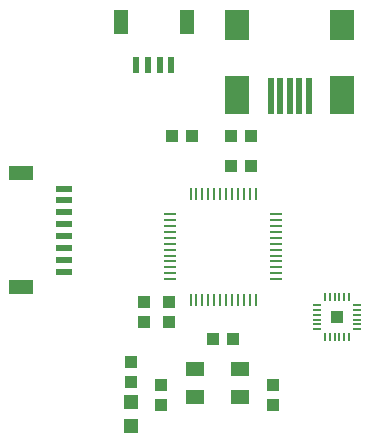
<source format=gtp>
G75*
%MOIN*%
%OFA0B0*%
%FSLAX25Y25*%
%IPPOS*%
%LPD*%
%AMOC8*
5,1,8,0,0,1.08239X$1,22.5*
%
%ADD10R,0.03937X0.04331*%
%ADD11R,0.00787X0.03937*%
%ADD12R,0.03937X0.00787*%
%ADD13R,0.04724X0.07874*%
%ADD14R,0.02362X0.05315*%
%ADD15R,0.00787X0.03150*%
%ADD16R,0.03150X0.00787*%
%ADD17R,0.03937X0.03937*%
%ADD18R,0.07874X0.09843*%
%ADD19R,0.07874X0.12992*%
%ADD20R,0.01969X0.12205*%
%ADD21R,0.06457X0.04882*%
%ADD22R,0.04331X0.03937*%
%ADD23R,0.04724X0.04724*%
%ADD24R,0.07874X0.04724*%
%ADD25R,0.05315X0.02362*%
D10*
X0107250Y0080729D03*
X0107250Y0087421D03*
X0124654Y0102825D03*
X0131346Y0102825D03*
X0144500Y0087421D03*
X0144500Y0080729D03*
X0110000Y0108479D03*
X0110000Y0115171D03*
X0101500Y0115171D03*
X0101500Y0108479D03*
X0130654Y0160575D03*
X0137346Y0160575D03*
X0137346Y0170575D03*
X0130654Y0170575D03*
X0117596Y0170575D03*
X0110904Y0170575D03*
D11*
X0117173Y0151292D03*
X0119142Y0151292D03*
X0121110Y0151292D03*
X0123079Y0151292D03*
X0125047Y0151292D03*
X0127016Y0151292D03*
X0128984Y0151292D03*
X0130953Y0151292D03*
X0132921Y0151292D03*
X0134890Y0151292D03*
X0136858Y0151292D03*
X0138827Y0151292D03*
X0138827Y0115858D03*
X0136858Y0115858D03*
X0134890Y0115858D03*
X0132921Y0115858D03*
X0130953Y0115858D03*
X0128984Y0115858D03*
X0127016Y0115858D03*
X0125047Y0115858D03*
X0123079Y0115858D03*
X0121110Y0115858D03*
X0119142Y0115858D03*
X0117173Y0115858D03*
D12*
X0110283Y0122748D03*
X0110283Y0124717D03*
X0110283Y0126685D03*
X0110283Y0128654D03*
X0110283Y0130622D03*
X0110283Y0132591D03*
X0110283Y0134559D03*
X0110283Y0136528D03*
X0110283Y0138496D03*
X0110283Y0140465D03*
X0110283Y0142433D03*
X0110283Y0144402D03*
X0145717Y0144402D03*
X0145717Y0142433D03*
X0145717Y0140465D03*
X0145717Y0138496D03*
X0145717Y0136528D03*
X0145717Y0134559D03*
X0145717Y0132591D03*
X0145717Y0130622D03*
X0145717Y0128654D03*
X0145717Y0126685D03*
X0145717Y0124717D03*
X0145717Y0122748D03*
D13*
X0115874Y0208494D03*
X0093826Y0208494D03*
D14*
X0098944Y0194025D03*
X0102881Y0194025D03*
X0106819Y0194025D03*
X0110756Y0194025D03*
D15*
X0162063Y0116768D03*
X0163638Y0116768D03*
X0165213Y0116768D03*
X0166787Y0116768D03*
X0168362Y0116768D03*
X0169937Y0116768D03*
X0169937Y0103382D03*
X0168362Y0103382D03*
X0166787Y0103382D03*
X0165213Y0103382D03*
X0163638Y0103382D03*
X0162063Y0103382D03*
D16*
X0159307Y0106138D03*
X0159307Y0107713D03*
X0159307Y0109288D03*
X0159307Y0110862D03*
X0159307Y0112437D03*
X0159307Y0114012D03*
X0172693Y0114012D03*
X0172693Y0112437D03*
X0172693Y0110862D03*
X0172693Y0109288D03*
X0172693Y0107713D03*
X0172693Y0106138D03*
D17*
X0166000Y0110075D03*
D18*
X0167770Y0207386D03*
X0132730Y0207386D03*
D19*
X0132730Y0184158D03*
X0167770Y0184158D03*
D20*
X0156549Y0183764D03*
X0153400Y0183764D03*
X0150250Y0183764D03*
X0147100Y0183764D03*
X0143951Y0183764D03*
D21*
X0133770Y0092839D03*
X0133770Y0083311D03*
X0118730Y0083311D03*
X0118730Y0092839D03*
D22*
X0097250Y0095171D03*
X0097250Y0088479D03*
D23*
X0097250Y0073691D03*
X0097250Y0081959D03*
D24*
X0060531Y0120083D03*
X0060531Y0158067D03*
D25*
X0075000Y0152949D03*
X0075000Y0149012D03*
X0075000Y0145012D03*
X0075000Y0141012D03*
X0075000Y0137012D03*
X0075000Y0133075D03*
X0075000Y0129138D03*
X0075000Y0125201D03*
M02*

</source>
